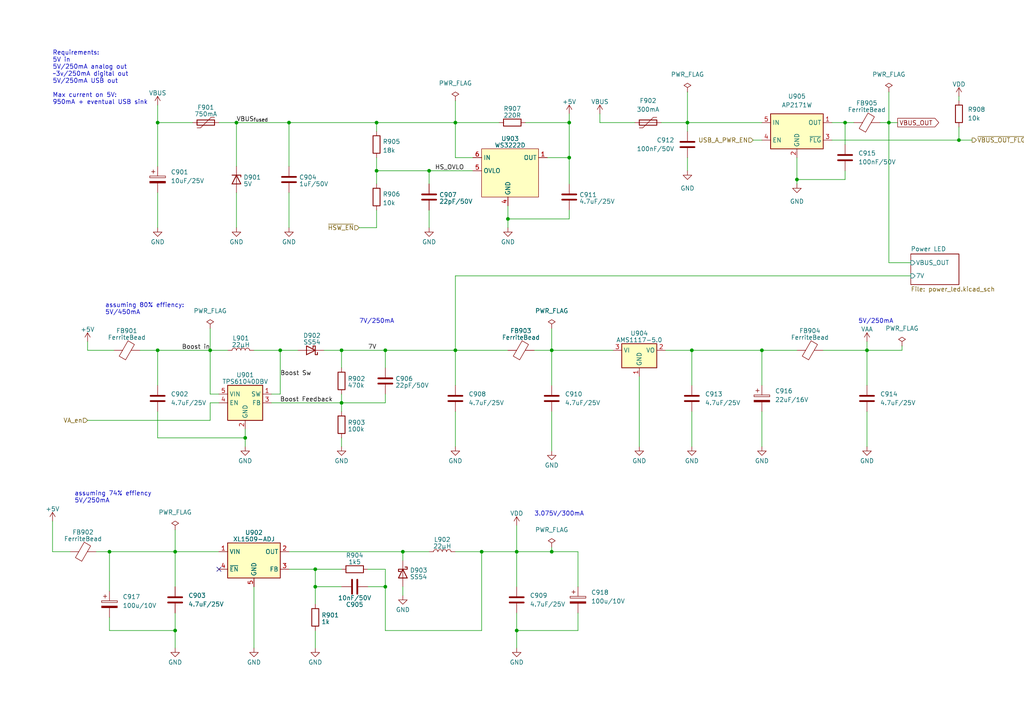
<source format=kicad_sch>
(kicad_sch (version 20230121) (generator eeschema)
  (paper "A4")
  (lib_symbols
    (symbol "Device:C" (pin_numbers hide) (pin_names (offset 0.254))
      (property "Reference" "C" (at 0.635 2.54 0))
      (property "Value" "C" (at 0.635 -2.54 0))
      (symbol "C_0_1"
        (polyline (pts (xy -2.032 -0.762) (xy 2.032 -0.762)) (stroke (width 0.508)))
        (polyline (pts (xy -2.032 0.762) (xy 2.032 0.762)) (stroke (width 0.508)))
      )
      (symbol "C_1_1"
        (pin passive line (at 0 3.81 270) (length 2.794) (name "~") (number "1"))
        (pin passive line (at 0 -3.81 90) (length 2.794) (name "~") (number "2"))
      )
    )
    (symbol "Device:C_Polarized" (pin_numbers hide) (pin_names (offset 0.254))
      (property "Reference" "C" (at 0.635 2.54 0))
      (property "Value" "C_Polarized" (at 0.635 -2.54 0))
      (symbol "C_Polarized_0_1"
        (rectangle (start -2.286 0.508) (end 2.286 1.016))
        (polyline (pts (xy -1.778 2.286) (xy -0.762 2.286)))
        (polyline (pts (xy -1.27 2.794) (xy -1.27 1.778)))
        (rectangle (start 2.286 -0.508) (end -2.286 -1.016) (fill (type outline)))
      )
      (symbol "C_Polarized_1_1"
        (pin passive line (at 0 3.81 270) (length 2.794) (name "~") (number "1"))
        (pin passive line (at 0 -3.81 90) (length 2.794) (name "~") (number "2"))
      )
    )
    (symbol "Device:D_Schottky" (pin_numbers hide) (pin_names (offset 1.016) hide)
      (property "Reference" "D" (at 0 2.54 0))
      (property "Value" "D_Schottky" (at 0 -2.54 0))
      (symbol "D_Schottky_0_1"
        (polyline (pts (xy 1.27 0) (xy -1.27 0)))
        (polyline (pts (xy 1.27 1.27) (xy 1.27 -1.27) (xy -1.27 0) (xy 1.27 1.27)) (stroke (width 0.254)))
        (polyline (pts (xy -1.905 0.635) (xy -1.905 1.27) (xy -1.27 1.27) (xy -1.27 -1.27) (xy -0.635 -1.27) (xy -0.635 -0.635)) (stroke (width 0.254)))
      )
      (symbol "D_Schottky_1_1"
        (pin passive line (at -3.81 0 0) (length 2.54) (name "K") (number "1"))
        (pin passive line (at 3.81 0 180) (length 2.54) (name "A") (number "2"))
      )
    )
    (symbol "Device:D_Zener" (pin_numbers hide) (pin_names (offset 1.016) hide)
      (property "Reference" "D" (at 0 2.54 0))
      (property "Value" "D_Zener" (at 0 -2.54 0))
      (symbol "D_Zener_0_1"
        (polyline (pts (xy 1.27 0) (xy -1.27 0)))
        (polyline (pts (xy -1.27 -1.27) (xy -1.27 1.27) (xy -0.762 1.27)) (stroke (width 0.254)))
        (polyline (pts (xy 1.27 -1.27) (xy 1.27 1.27) (xy -1.27 0) (xy 1.27 -1.27)) (stroke (width 0.254)))
      )
      (symbol "D_Zener_1_1"
        (pin passive line (at -3.81 0 0) (length 2.54) (name "K") (number "1"))
        (pin passive line (at 3.81 0 180) (length 2.54) (name "A") (number "2"))
      )
    )
    (symbol "Device:FerriteBead" (pin_numbers hide) (pin_names (offset 0))
      (property "Reference" "FB" (at -3.81 0.635 90))
      (property "Value" "FerriteBead" (at 3.81 0 90))
      (symbol "FerriteBead_0_1"
        (polyline (pts (xy 0 -1.27) (xy 0 -1.2192)))
        (polyline (pts (xy 0 1.27) (xy 0 1.2954)))
        (polyline (pts (xy -2.7686 0.4064) (xy -1.7018 2.2606) (xy 2.7686 -0.3048) (xy 1.6764 -2.159) (xy -2.7686 0.4064)))
      )
      (symbol "FerriteBead_1_1"
        (pin passive line (at 0 3.81 270) (length 2.54) (name "~") (number "1"))
        (pin passive line (at 0 -3.81 90) (length 2.54) (name "~") (number "2"))
      )
    )
    (symbol "Device:L" (pin_numbers hide) (pin_names (offset 1.016) hide)
      (property "Reference" "L" (at -1.27 0 90))
      (property "Value" "L" (at 1.905 0 90))
      (symbol "L_0_1"
        (arc (start 0 -2.54) (mid 0.6323 -1.905) (end 0 -1.27))
        (arc (start 0 -1.27) (mid 0.6323 -0.635) (end 0 0))
        (arc (start 0 0) (mid 0.6323 0.635) (end 0 1.27))
        (arc (start 0 1.27) (mid 0.6323 1.905) (end 0 2.54))
      )
      (symbol "L_1_1"
        (pin passive line (at 0 3.81 270) (length 1.27) (name "1") (number "1"))
        (pin passive line (at 0 -3.81 90) (length 1.27) (name "2") (number "2"))
      )
    )
    (symbol "Device:Polyfuse" (pin_numbers hide) (pin_names (offset 0))
      (property "Reference" "F" (at -2.54 0 90))
      (property "Value" "Polyfuse" (at 2.54 0 90))
      (symbol "Polyfuse_0_1"
        (rectangle (start -0.762 2.54) (end 0.762 -2.54) (stroke (width 0.254)))
        (polyline (pts (xy 0 2.54) (xy 0 -2.54)))
        (polyline (pts (xy -1.524 2.54) (xy -1.524 1.524) (xy 1.524 -1.524) (xy 1.524 -2.54)))
      )
      (symbol "Polyfuse_1_1"
        (pin passive line (at 0 3.81 270) (length 1.27) (name "~") (number "1"))
        (pin passive line (at 0 -3.81 90) (length 1.27) (name "~") (number "2"))
      )
    )
    (symbol "Device:R" (pin_numbers hide) (pin_names (offset 0))
      (property "Reference" "R" (at 2.032 0 90))
      (property "Value" "R" (at 0 0 90))
      (symbol "R_0_1"
        (rectangle (start -1.016 -2.54) (end 1.016 2.54) (stroke (width 0.254)))
      )
      (symbol "R_1_1"
        (pin passive line (at 0 3.81 270) (length 1.27) (name "~") (number "1"))
        (pin passive line (at 0 -3.81 90) (length 1.27) (name "~") (number "2"))
      )
    )
    (symbol "Power_Management:AP2171W"
      (property "Reference" "U" (at -7.62 -6.35 0))
      (property "Value" "AP2171W" (at -7.62 6.35 0))
      (symbol "AP2171W_0_1"
        (rectangle (start -7.62 5.08) (end 7.62 -5.08) (stroke (width 0.254)) (fill (type background)))
      )
      (symbol "AP2171W_1_1"
        (pin power_out line (at 10.16 2.54 180) (length 2.54) (name "OUT") (number "1"))
        (pin power_in line (at 0 -7.62 90) (length 2.54) (name "GND") (number "2"))
        (pin open_collector line (at 10.16 -2.54 180) (length 2.54) (name "~{FLG}") (number "3"))
        (pin input line (at -10.16 -2.54 0) (length 2.54) (name "EN") (number "4"))
        (pin power_in line (at -10.16 2.54 0) (length 2.54) (name "IN") (number "5"))
      )
    )
    (symbol "Regulator_Linear:AMS1117-5.0"
      (property "Reference" "U" (at -3.81 3.175 0))
      (property "Value" "AMS1117-5.0" (at 0 3.175 0))
      (symbol "AMS1117-5.0_0_1"
        (rectangle (start -5.08 -5.08) (end 5.08 1.905) (stroke (width 0.254)) (fill (type background)))
      )
      (symbol "AMS1117-5.0_1_1"
        (pin power_in line (at 0 -7.62 90) (length 2.54) (name "GND") (number "1"))
        (pin power_out line (at 7.62 0 180) (length 2.54) (name "VO") (number "2"))
        (pin power_in line (at -7.62 0 0) (length 2.54) (name "VI") (number "3"))
      )
    )
    (symbol "Regulator_Switching:TPS61040DBV"
      (property "Reference" "U" (at -5.08 6.35 0))
      (property "Value" "TPS61040DBV" (at 0 6.35 0))
      (symbol "TPS61040DBV_0_1"
        (rectangle (start -5.08 5.08) (end 5.08 -5.08) (stroke (width 0.254)) (fill (type background)))
      )
      (symbol "TPS61040DBV_1_1"
        (pin power_out line (at 7.62 2.54 180) (length 2.54) (name "SW") (number "1"))
        (pin power_in line (at 0 -7.62 90) (length 2.54) (name "GND") (number "2"))
        (pin input line (at 7.62 0 180) (length 2.54) (name "FB") (number "3"))
        (pin input line (at -7.62 0 0) (length 2.54) (name "EN") (number "4"))
        (pin power_in line (at -7.62 2.54 0) (length 2.54) (name "VIN") (number "5"))
      )
    )
    (symbol "Regulator_Switching:XL1509-ADJ"
      (property "Reference" "U" (at -7.112 6.096 0))
      (property "Value" "XL1509-ADJ" (at 5.842 6.096 0))
      (symbol "XL1509-ADJ_0_1"
        (rectangle (start -7.62 5.08) (end 7.62 -5.08) (stroke (width 0.254)) (fill (type background)))
      )
      (symbol "XL1509-ADJ_1_1"
        (pin power_in line (at -10.16 2.54 0) (length 2.54) (name "VIN") (number "1"))
        (pin power_out line (at 10.16 2.54 180) (length 2.54) (name "OUT") (number "2"))
        (pin input line (at 10.16 -2.54 180) (length 2.54) (name "FB") (number "3"))
        (pin input line (at -10.16 -2.54 0) (length 2.54) (name "~{EN}") (number "4"))
        (pin power_in line (at 0 -7.62 90) (length 2.54) (name "GND") (number "5"))
        (pin passive line (at 0 -7.62 90) (length 2.54) hide (name "GND") (number "6"))
        (pin passive line (at 0 -7.62 90) (length 2.54) hide (name "GND") (number "7"))
        (pin passive line (at 0 -7.62 90) (length 2.54) hide (name "GND") (number "8"))
      )
    )
    (symbol "Skrooter_symbols:WS3222D"
      (property "Reference" "U" (at -6.35 -15.24 0))
      (property "Value" "WS3222D" (at -2.54 1.27 0))
      (symbol "WS3222D_0_1"
        (rectangle (start -7.62 0) (end 8.89 -13.97) (stroke (width 0.1524)) (fill (type background)))
      )
      (symbol "WS3222D_1_1"
        (pin power_out line (at 11.43 -2.54 180) (length 2.54) (name "OUT") (number "1"))
        (pin passive line (at 11.43 -2.54 180) (length 2.54) hide (name "OUT") (number "2"))
        (pin passive line (at 11.43 -2.54 180) (length 2.54) hide (name "OUT") (number "3"))
        (pin power_in line (at 0 -16.51 90) (length 2.54) (name "GND") (number "4"))
        (pin input line (at -10.16 -6.35 0) (length 2.54) (name "OVLO") (number "5"))
        (pin power_in line (at -10.16 -2.54 0) (length 2.54) (name "IN") (number "6"))
        (pin passive line (at -10.16 -2.54 0) (length 2.54) hide (name "IN") (number "7"))
        (pin passive line (at -10.16 -2.54 0) (length 2.54) hide (name "IN") (number "8"))
        (pin power_in line (at 0 -16.51 90) (length 2.54) hide (name "GND") (number "9"))
      )
    )
    (symbol "power:+5V" (power) (pin_names (offset 0))
      (property "Value" "+5V" (at 0 3.556 0))
      (symbol "+5V_0_1"
        (polyline (pts (xy -0.762 1.27) (xy 0 2.54)))
        (polyline (pts (xy 0 0) (xy 0 2.54)))
        (polyline (pts (xy 0 2.54) (xy 0.762 1.27)))
      )
      (symbol "+5V_1_1"
        (pin power_in line (at 0 0 90) (length 0) hide (name "+5V") (number "1"))
      )
    )
    (symbol "power:GND" (power) (pin_names (offset 0))
      (property "Value" "GND" (at 0 -3.81 0))
      (symbol "GND_0_1"
        (polyline (pts (xy 0 0) (xy 0 -1.27) (xy 1.27 -1.27) (xy 0 -2.54) (xy -1.27 -1.27) (xy 0 -1.27)))
      )
      (symbol "GND_1_1"
        (pin power_in line (at 0 0 270) (length 0) hide (name "GND") (number "1"))
      )
    )
    (symbol "power:PWR_FLAG" (power) (pin_numbers hide) (pin_names (offset 0) hide)
      (property "Value" "PWR_FLAG" (at 0 3.81 0))
      (symbol "PWR_FLAG_0_0"
        (pin power_out line (at 0 0 90) (length 0) (name "pwr") (number "1"))
      )
      (symbol "PWR_FLAG_0_1"
        (polyline (pts (xy 0 0) (xy 0 1.27) (xy -1.016 1.905) (xy 0 2.54) (xy 1.016 1.905) (xy 0 1.27)))
      )
    )
    (symbol "power:VAA" (power) (pin_names (offset 0))
      (property "Value" "VAA" (at 0 3.81 0))
      (symbol "VAA_0_1"
        (polyline (pts (xy -0.762 1.27) (xy 0 2.54)))
        (polyline (pts (xy 0 0) (xy 0 2.54)))
        (polyline (pts (xy 0 2.54) (xy 0.762 1.27)))
      )
      (symbol "VAA_1_1"
        (pin power_in line (at 0 0 90) (length 0) hide (name "VAA") (number "1"))
      )
    )
    (symbol "power:VBUS" (power) (pin_names (offset 0))
      (property "Value" "VBUS" (at 0 3.81 0))
      (symbol "VBUS_0_1"
        (polyline (pts (xy -0.762 1.27) (xy 0 2.54)))
        (polyline (pts (xy 0 0) (xy 0 2.54)))
        (polyline (pts (xy 0 2.54) (xy 0.762 1.27)))
      )
      (symbol "VBUS_1_1"
        (pin power_in line (at 0 0 90) (length 0) hide (name "VBUS") (number "1"))
      )
    )
    (symbol "power:VDD" (power) (pin_names (offset 0))
      (property "Value" "VDD" (at 0 3.81 0))
      (symbol "VDD_0_1"
        (polyline (pts (xy -0.762 1.27) (xy 0 2.54)))
        (polyline (pts (xy 0 0) (xy 0 2.54)))
        (polyline (pts (xy 0 2.54) (xy 0.762 1.27)))
      )
      (symbol "VDD_1_1"
        (pin power_in line (at 0 0 90) (length 0) hide (name "VDD") (number "1"))
      )
    )
  )
  (junction (at 111.76 101.6))
  (junction (at 91.44 170.18))
  (junction (at 116.84 160.02))
  (junction (at 160.02 101.6))
  (junction (at 251.46 101.6))
  (junction (at 147.32 63.5))
  (junction (at 220.98 101.6))
  (junction (at 257.81 35.56))
  (junction (at 60.96 101.6))
  (junction (at 45.72 35.56))
  (junction (at 278.13 40.64))
  (junction (at 31.75 160.02))
  (junction (at 139.7 160.02))
  (junction (at 99.06 116.84))
  (junction (at 99.06 101.6))
  (junction (at 165.1 35.56))
  (junction (at 132.08 101.6))
  (junction (at 149.86 182.88))
  (junction (at 124.46 49.53))
  (junction (at 199.39 35.56))
  (junction (at 81.28 101.6))
  (junction (at 245.11 35.56))
  (junction (at 149.86 160.02))
  (junction (at 50.8 160.02))
  (junction (at 68.58 35.56))
  (junction (at 111.76 170.18))
  (junction (at 45.72 101.6))
  (junction (at 165.1 45.72))
  (junction (at 91.44 165.1))
  (junction (at 132.08 35.56))
  (junction (at 200.66 101.6))
  (junction (at 160.02 160.02))
  (junction (at 231.14 52.07))
  (junction (at 83.82 35.56))
  (junction (at 71.12 127))
  (junction (at 109.22 35.56))
  (junction (at 109.22 49.53))
  (junction (at 50.8 182.88))
  (no_connect (at 63.5 165.1))
  (wire (pts (xy 106.68 170.18) (xy 111.76 170.18)))
  (wire (pts (xy 83.82 160.02) (xy 116.84 160.02)))
  (wire (pts (xy 111.76 170.18) (xy 111.76 182.88)))
  (wire (pts (xy 45.72 101.6) (xy 45.72 111.76)))
  (wire (pts (xy 165.1 33.02) (xy 165.1 35.56)))
  (wire (pts (xy 199.39 45.72) (xy 199.39 49.53)))
  (wire (pts (xy 132.08 35.56) (xy 132.08 45.72)))
  (wire (pts (xy 149.86 182.88) (xy 149.86 187.96)))
  (wire (pts (xy 73.66 170.18) (xy 73.66 187.96)))
  (wire (pts (xy 200.66 101.6) (xy 220.98 101.6)))
  (wire (pts (xy 40.64 101.6) (xy 45.72 101.6)))
  (wire (pts (xy 132.08 160.02) (xy 139.7 160.02)))
  (wire (pts (xy 91.44 182.88) (xy 91.44 187.96)))
  (wire (pts (xy 220.98 119.38) (xy 220.98 129.54)))
  (wire (pts (xy 25.4 121.92) (xy 60.96 121.92)))
  (wire (pts (xy 132.08 29.21) (xy 132.08 35.56)))
  (wire (pts (xy 81.28 101.6) (xy 86.36 101.6)))
  (wire (pts (xy 104.14 66.04) (xy 109.22 66.04)))
  (wire (pts (xy 167.64 170.18) (xy 167.64 160.02)))
  (wire (pts (xy 78.74 116.84) (xy 99.06 116.84)))
  (wire (pts (xy 81.28 101.6) (xy 81.28 114.3)))
  (wire (pts (xy 160.02 101.6) (xy 160.02 111.76)))
  (wire (pts (xy 99.06 101.6) (xy 99.06 106.68)))
  (wire (pts (xy 245.11 35.56) (xy 247.65 35.56)))
  (wire (pts (xy 60.96 114.3) (xy 63.5 114.3)))
  (wire (pts (xy 165.1 35.56) (xy 165.1 45.72)))
  (wire (pts (xy 116.84 160.02) (xy 124.46 160.02)))
  (wire (pts (xy 45.72 35.56) (xy 45.72 30.48)))
  (wire (pts (xy 160.02 119.38) (xy 160.02 130.81)))
  (wire (pts (xy 99.06 127) (xy 99.06 129.54)))
  (wire (pts (xy 238.76 101.6) (xy 251.46 101.6)))
  (wire (pts (xy 245.11 49.53) (xy 245.11 52.07)))
  (wire (pts (xy 278.13 36.83) (xy 278.13 40.64)))
  (wire (pts (xy 45.72 35.56) (xy 55.88 35.56)))
  (wire (pts (xy 50.8 160.02) (xy 63.5 160.02)))
  (wire (pts (xy 60.96 95.25) (xy 60.96 101.6)))
  (wire (pts (xy 147.32 59.69) (xy 147.32 63.5)))
  (wire (pts (xy 31.75 182.88) (xy 31.75 179.07)))
  (wire (pts (xy 132.08 101.6) (xy 132.08 111.76)))
  (wire (pts (xy 149.86 152.4) (xy 149.86 160.02)))
  (wire (pts (xy 255.27 35.56) (xy 257.81 35.56)))
  (wire (pts (xy 124.46 60.96) (xy 124.46 66.04)))
  (wire (pts (xy 91.44 170.18) (xy 91.44 165.1)))
  (wire (pts (xy 45.72 127) (xy 71.12 127)))
  (wire (pts (xy 185.42 109.22) (xy 185.42 129.54)))
  (wire (pts (xy 199.39 35.56) (xy 199.39 38.1)))
  (wire (pts (xy 193.04 101.6) (xy 200.66 101.6)))
  (wire (pts (xy 91.44 170.18) (xy 99.06 170.18)))
  (wire (pts (xy 167.64 177.8) (xy 167.64 182.88)))
  (wire (pts (xy 111.76 114.3) (xy 111.76 116.84)))
  (wire (pts (xy 50.8 182.88) (xy 31.75 182.88)))
  (wire (pts (xy 278.13 27.94) (xy 278.13 29.21)))
  (wire (pts (xy 132.08 101.6) (xy 132.08 80.01)))
  (wire (pts (xy 111.76 165.1) (xy 111.76 170.18)))
  (wire (pts (xy 111.76 182.88) (xy 139.7 182.88)))
  (wire (pts (xy 220.98 101.6) (xy 220.98 111.76)))
  (wire (pts (xy 167.64 160.02) (xy 160.02 160.02)))
  (wire (pts (xy 165.1 45.72) (xy 165.1 53.34)))
  (wire (pts (xy 31.75 160.02) (xy 50.8 160.02)))
  (wire (pts (xy 99.06 116.84) (xy 99.06 114.3)))
  (wire (pts (xy 45.72 35.56) (xy 45.72 48.26)))
  (wire (pts (xy 137.16 49.53) (xy 124.46 49.53)))
  (wire (pts (xy 111.76 101.6) (xy 111.76 106.68)))
  (wire (pts (xy 93.98 101.6) (xy 99.06 101.6)))
  (wire (pts (xy 278.13 40.64) (xy 241.3 40.64)))
  (wire (pts (xy 245.11 35.56) (xy 245.11 41.91)))
  (wire (pts (xy 132.08 119.38) (xy 132.08 129.54)))
  (wire (pts (xy 71.12 127) (xy 71.12 129.54)))
  (wire (pts (xy 111.76 101.6) (xy 132.08 101.6)))
  (wire (pts (xy 167.64 182.88) (xy 149.86 182.88)))
  (wire (pts (xy 63.5 116.84) (xy 60.96 116.84)))
  (wire (pts (xy 154.94 101.6) (xy 160.02 101.6)))
  (wire (pts (xy 173.99 35.56) (xy 173.99 33.02)))
  (wire (pts (xy 173.99 35.56) (xy 184.15 35.56)))
  (wire (pts (xy 160.02 101.6) (xy 177.8 101.6)))
  (wire (pts (xy 139.7 160.02) (xy 139.7 182.88)))
  (wire (pts (xy 116.84 160.02) (xy 116.84 162.56)))
  (wire (pts (xy 160.02 160.02) (xy 149.86 160.02)))
  (wire (pts (xy 124.46 49.53) (xy 124.46 53.34)))
  (wire (pts (xy 50.8 177.8) (xy 50.8 182.88)))
  (wire (pts (xy 109.22 38.1) (xy 109.22 35.56)))
  (wire (pts (xy 257.81 76.2) (xy 257.81 35.56)))
  (wire (pts (xy 31.75 160.02) (xy 31.75 171.45)))
  (wire (pts (xy 199.39 26.67) (xy 199.39 35.56)))
  (wire (pts (xy 45.72 55.88) (xy 45.72 66.04)))
  (wire (pts (xy 106.68 165.1) (xy 111.76 165.1)))
  (wire (pts (xy 99.06 116.84) (xy 99.06 119.38)))
  (wire (pts (xy 45.72 101.6) (xy 60.96 101.6)))
  (wire (pts (xy 45.72 119.38) (xy 45.72 127)))
  (wire (pts (xy 111.76 116.84) (xy 99.06 116.84)))
  (wire (pts (xy 15.24 151.13) (xy 15.24 160.02)))
  (wire (pts (xy 261.62 100.33) (xy 261.62 101.6)))
  (wire (pts (xy 25.4 101.6) (xy 33.02 101.6)))
  (wire (pts (xy 50.8 153.67) (xy 50.8 160.02)))
  (wire (pts (xy 109.22 60.96) (xy 109.22 66.04)))
  (wire (pts (xy 60.96 116.84) (xy 60.96 121.92)))
  (wire (pts (xy 68.58 55.88) (xy 68.58 66.04)))
  (wire (pts (xy 200.66 119.38) (xy 200.66 129.54)))
  (wire (pts (xy 152.4 35.56) (xy 165.1 35.56)))
  (wire (pts (xy 50.8 182.88) (xy 50.8 187.96)))
  (wire (pts (xy 165.1 63.5) (xy 147.32 63.5)))
  (wire (pts (xy 149.86 160.02) (xy 139.7 160.02)))
  (wire (pts (xy 66.04 101.6) (xy 60.96 101.6)))
  (wire (pts (xy 218.44 40.64) (xy 220.98 40.64)))
  (wire (pts (xy 199.39 35.56) (xy 220.98 35.56)))
  (wire (pts (xy 25.4 99.06) (xy 25.4 101.6)))
  (wire (pts (xy 261.62 101.6) (xy 251.46 101.6)))
  (wire (pts (xy 71.12 124.46) (xy 71.12 127)))
  (wire (pts (xy 264.16 76.2) (xy 257.81 76.2)))
  (wire (pts (xy 257.81 35.56) (xy 260.35 35.56)))
  (wire (pts (xy 165.1 60.96) (xy 165.1 63.5)))
  (wire (pts (xy 78.74 114.3) (xy 81.28 114.3)))
  (wire (pts (xy 241.3 35.56) (xy 245.11 35.56)))
  (wire (pts (xy 132.08 45.72) (xy 137.16 45.72)))
  (wire (pts (xy 160.02 95.25) (xy 160.02 101.6)))
  (wire (pts (xy 231.14 52.07) (xy 231.14 53.34)))
  (wire (pts (xy 132.08 80.01) (xy 264.16 80.01)))
  (wire (pts (xy 109.22 49.53) (xy 109.22 53.34)))
  (wire (pts (xy 278.13 40.64) (xy 281.94 40.64)))
  (wire (pts (xy 147.32 63.5) (xy 147.32 66.04)))
  (wire (pts (xy 132.08 101.6) (xy 147.32 101.6)))
  (wire (pts (xy 251.46 99.06) (xy 251.46 101.6)))
  (wire (pts (xy 99.06 101.6) (xy 111.76 101.6)))
  (wire (pts (xy 251.46 101.6) (xy 251.46 111.76)))
  (wire (pts (xy 200.66 101.6) (xy 200.66 111.76)))
  (wire (pts (xy 68.58 35.56) (xy 68.58 48.26)))
  (wire (pts (xy 257.81 26.67) (xy 257.81 35.56)))
  (wire (pts (xy 91.44 165.1) (xy 99.06 165.1)))
  (wire (pts (xy 109.22 45.72) (xy 109.22 49.53)))
  (wire (pts (xy 63.5 35.56) (xy 68.58 35.56)))
  (wire (pts (xy 251.46 119.38) (xy 251.46 129.54)))
  (wire (pts (xy 191.77 35.56) (xy 199.39 35.56)))
  (wire (pts (xy 91.44 165.1) (xy 83.82 165.1)))
  (wire (pts (xy 83.82 35.56) (xy 83.82 48.26)))
  (wire (pts (xy 83.82 35.56) (xy 109.22 35.56)))
  (wire (pts (xy 60.96 101.6) (xy 60.96 114.3)))
  (wire (pts (xy 68.58 35.56) (xy 83.82 35.56)))
  (wire (pts (xy 160.02 158.75) (xy 160.02 160.02)))
  (wire (pts (xy 15.24 160.02) (xy 20.32 160.02)))
  (wire (pts (xy 91.44 175.26) (xy 91.44 170.18)))
  (wire (pts (xy 132.08 35.56) (xy 144.78 35.56)))
  (wire (pts (xy 245.11 52.07) (xy 231.14 52.07)))
  (wire (pts (xy 50.8 160.02) (xy 50.8 170.18)))
  (wire (pts (xy 220.98 101.6) (xy 231.14 101.6)))
  (wire (pts (xy 124.46 49.53) (xy 109.22 49.53)))
  (wire (pts (xy 149.86 177.8) (xy 149.86 182.88)))
  (wire (pts (xy 81.28 101.6) (xy 73.66 101.6)))
  (wire (pts (xy 149.86 170.18) (xy 149.86 160.02)))
  (wire (pts (xy 27.94 160.02) (xy 31.75 160.02)))
  (wire (pts (xy 83.82 55.88) (xy 83.82 66.04)))
  (wire (pts (xy 231.14 45.72) (xy 231.14 52.07)))
  (wire (pts (xy 158.75 45.72) (xy 165.1 45.72)))
  (wire (pts (xy 116.84 170.18) (xy 116.84 172.72)))
  (wire (pts (xy 109.22 35.56) (xy 132.08 35.56)))
  (text "5V/250mA" (at 248.92 93.98 0) (effects (font (size 1.27 1.27)) (justify left bottom)))
  (text "3.075V/300mA" (at 154.94 149.86 0) (effects (font (size 1.27 1.27)) (justify left bottom)))
  (text "assuming 74% effiency\n5V/250mA" (at 21.59 146.05 0) (effects (font (size 1.27 1.27)) (justify left bottom)))
  (text "assuming 80% effiency:\n5V/450mA" (at 30.48 91.44 0) (effects (font (size 1.27 1.27)) (justify left bottom)))
  (text "7V/250mA" (at 104.14 93.98 0) (effects (font (size 1.27 1.27)) (justify left bottom)))
  (text "Requirements:\n5V in\n5V/250mA analog out\n~3v/250mA digital out\n5V/250mA USB out\n\nMax current on 5V:\n950mA + eventual USB sink" (at 15.24 30.48 0) (effects (font (size 1.27 1.27)) (justify left bottom)))
  (label "Boost Feedback" (at 96.52 116.84 180))
  (label "Boost in" (at 60.96 101.6 180))
  (label "Boost Sw" (at 81.28 109.22 0))
  (label "VBUS_{fused}" (at 68.58 35.56 0))
  (label "7V" (at 109.22 101.6 180))
  (label "HS_OVLO" (at 134.62 49.53 180))
  (global_label "VBUS_OUT" (shape output) (at 260.35 35.56 0) (property "Intersheetrefs" "${INTERSHEET_REFS}" (effects hide)))
  (hierarchical_label "USB_A_PWR_EN" (shape input) (at 218.44 40.64 180))
  (hierarchical_label "~{HSW_EN}" (shape input) (at 104.14 66.04 180))
  (hierarchical_label "VA_en" (shape input) (at 25.4 121.92 180))
  (hierarchical_label "~{VBUS_OUT_FLG}" (shape output) (at 281.94 40.64 0))
  (symbol (lib_id "power:GND") (at 200.66 129.54 0) (unit 1)
    (property "Reference" "#PWR0923" (effects hide))
    (property "Value" "GND" (at 200.66 133.6755 0))
  )
  (symbol (lib_id "power:PWR_FLAG") (at 257.81 26.67 0) (unit 1)
    (property "Reference" "#FLG0908" (effects hide))
    (property "Value" "PWR_FLAG" (at 257.81 21.59 0))
  )
  (symbol (lib_id "power:GND") (at 116.84 172.72 0) (unit 1)
    (property "Reference" "#PWR0912" (effects hide))
    (property "Value" "GND" (at 116.84 176.8555 0))
  )
  (symbol (lib_id "Device:C_Polarized") (at 220.98 115.57 0) (unit 1)
    (property "Reference" "C916" (at 224.79 113.411 0) (effects (justify left)))
    (property "Value" "22uF/16V" (at 224.79 115.951 0) (effects (justify left)))
    (property "Footprint" "Capacitor_SMD:CP_Elec_5x5.8" (effects hide))
    (property "LCSC" "C2163245" (effects hide))
  )
  (symbol (lib_id "power:VAA") (at 251.46 99.06 0) (unit 1)
    (property "Reference" "#PWR0924" (effects hide))
    (property "Value" "VAA" (at 251.46 95.4842 0))
  )
  (symbol (lib_id "Regulator_Linear:AMS1117-5.0") (at 185.42 101.6 0) (unit 1)
    (property "Reference" "U904" (at 185.42 96.6851 0))
    (property "Value" "AMS1117-5.0" (at 185.42 98.6061 0))
    (property "Footprint" "Package_TO_SOT_SMD:SOT-223-3_TabPin2" (effects hide))
    (property "Datasheet" "http://www.advanced-monolithic.com/pdf/ds1117.pdf" (effects hide))
    (property "LCSC" "C6187" (effects hide))
  )
  (symbol (lib_id "power:GND") (at 91.44 187.96 0) (unit 1)
    (property "Reference" "#PWR0910" (effects hide))
    (property "Value" "GND" (at 91.44 192.0955 0))
  )
  (symbol (lib_id "power:PWR_FLAG") (at 160.02 158.75 0) (unit 1)
    (property "Reference" "#FLG0905" (effects hide))
    (property "Value" "PWR_FLAG" (at 160.02 153.67 0))
  )
  (symbol (lib_id "power:GND") (at 83.82 66.04 0) (unit 1)
    (property "Reference" "#PWR0909" (effects hide))
    (property "Value" "GND" (at 83.82 70.1755 0))
  )
  (symbol (lib_id "power:GND") (at 147.32 66.04 0) (unit 1)
    (property "Reference" "#PWR0915" (effects hide))
    (property "Value" "GND" (at 147.32 70.1755 0))
  )
  (symbol (lib_id "Regulator_Switching:XL1509-ADJ") (at 73.66 162.56 0) (unit 1)
    (property "Reference" "U902" (at 73.66 154.4701 0))
    (property "Value" "XL1509-ADJ" (at 73.66 156.3911 0))
    (property "Footprint" "Package_SO:SOIC-8_3.9x4.9mm_P1.27mm" (effects hide))
    (property "Datasheet" "https://datasheet.lcsc.com/lcsc/1809050422_XLSEMI-XL1509-5-0E1_C61063.pdf" (effects hide))
    (property "LCSC" "C74192" (effects hide))
  )
  (symbol (lib_id "Device:C") (at 102.87 170.18 90) (mirror x) (unit 1)
    (property "Reference" "C905" (at 102.87 175.3489 90))
    (property "Value" "10nF/50V" (at 102.87 173.4279 90))
    (property "Footprint" "Capacitor_SMD:C_0805_2012Metric_Pad1.18x1.45mm_HandSolder" (effects hide))
    (property "LCSC" "C3908881" (effects hide))
  )
  (symbol (lib_id "power:GND") (at 71.12 129.54 0) (unit 1)
    (property "Reference" "#PWR0907" (effects hide))
    (property "Value" "GND" (at 71.12 133.6755 0))
  )
  (symbol (lib_id "Device:FerriteBead") (at 24.13 160.02 90) (unit 1)
    (property "Reference" "FB902" (at 24.0792 154.3685 90))
    (property "Value" "FerriteBead" (at 24.0792 156.2895 90))
    (property "Footprint" "Inductor_SMD:L_0805_2012Metric" (effects hide))
    (property "LCSC" "C1015" (effects hide))
  )
  (symbol (lib_id "Device:C") (at 165.1 57.15 0) (unit 1)
    (property "Reference" "C911" (at 168.021 56.5063 0) (effects (justify left)))
    (property "Value" "4.7uF/25V" (at 168.021 58.4273 0) (effects (justify left)))
    (property "Footprint" "Capacitor_SMD:C_0805_2012Metric_Pad1.18x1.45mm_HandSolder" (effects hide))
    (property "LCSC" "C1779" (effects hide))
  )
  (symbol (lib_id "Device:D_Schottky") (at 116.84 166.37 270) (unit 1)
    (property "Reference" "D903" (at 118.872 165.4088 90) (effects (justify left)))
    (property "Value" "SS54" (at 118.872 167.3298 90) (effects (justify left)))
    (property "Footprint" "Diode_SMD:D_SMA_Handsoldering" (effects hide))
    (property "LCSC" "C22452" (effects hide))
  )
  (symbol (lib_id "power:GND") (at 160.02 130.81 0) (unit 1)
    (property "Reference" "#PWR0918" (effects hide))
    (property "Value" "GND" (at 160.02 134.9455 0))
  )
  (symbol (lib_id "Device:L") (at 69.85 101.6 90) (unit 1)
    (property "Reference" "L901" (at 69.85 98.0847 90))
    (property "Value" "22µH" (at 69.85 100.0057 90))
    (property "Footprint" "Skrooter_footprints:MSCD43" (effects hide))
    (property "LCSC" "C915172" (effects hide))
  )
  (symbol (lib_id "power:+5V") (at 25.4 99.06 0) (unit 1)
    (property "Reference" "#PWR0901" (effects hide))
    (property "Value" "+5V" (at 25.4 95.5581 0))
  )
  (symbol (lib_id "Device:C") (at 251.46 115.57 0) (unit 1)
    (property "Reference" "C914" (at 255.27 114.3 0) (effects (justify left)))
    (property "Value" "4.7uF/25V" (at 255.27 116.84 0) (effects (justify left)))
    (property "Footprint" "Capacitor_SMD:C_0805_2012Metric_Pad1.18x1.45mm_HandSolder" (effects hide))
    (property "LCSC" "C1779" (effects hide))
  )
  (symbol (lib_id "Regulator_Switching:TPS61040DBV") (at 71.12 116.84 0) (unit 1)
    (property "Reference" "U901" (at 71.12 108.7501 0))
    (property "Value" "TPS61040DBV" (at 71.12 110.6711 0))
    (property "Footprint" "Package_TO_SOT_SMD:SOT-23-5" (effects hide))
    (property "Datasheet" "http://www.ti.com/lit/ds/symlink/tps61040.pdf" (effects hide))
    (property "LCSC" "C7722" (effects hide))
  )
  (symbol (lib_id "Device:C_Polarized") (at 45.72 52.07 0) (unit 1)
    (property "Reference" "C901" (at 49.53 49.911 0) (effects (justify left)))
    (property "Value" "10uF/25V" (at 49.53 52.451 0) (effects (justify left)))
    (property "Footprint" "Capacitor_SMD:CP_Elec_4x5.8" (effects hide))
    (property "LCSC" "C2163094" (effects hide))
  )
  (symbol (lib_id "Skrooter_symbols:WS3222D") (at 147.32 43.18 0) (unit 1)
    (property "Reference" "U903" (at 147.955 40.2209 0))
    (property "Value" "WS3222D" (at 147.955 42.1419 0))
    (property "Footprint" "Package_DFN_QFN:WDFN-8-1EP_2x2mm_P0.5mm_EP0.8x1.2mm" (effects hide))
    (property "Datasheet" "https://datasheet.lcsc.com/lcsc/2204251545_WILLSEMI-Will-Semicon-WS3222D-8-TR_C239703.pdf" (effects hide))
    (property "LCSC" "C239703" (effects hide))
  )
  (symbol (lib_id "power:PWR_FLAG") (at 160.02 95.25 0) (unit 1)
    (property "Reference" "#FLG0904" (effects hide))
    (property "Value" "PWR_FLAG" (at 160.02 90.17 0))
  )
  (symbol (lib_id "Device:C") (at 111.76 110.49 0) (unit 1)
    (property "Reference" "C906" (at 114.681 109.8463 0) (effects (justify left)))
    (property "Value" "22pF/50V" (at 114.681 111.7673 0) (effects (justify left)))
    (property "Footprint" "Capacitor_SMD:C_0805_2012Metric_Pad1.18x1.45mm_HandSolder" (effects hide))
    (property "LCSC" "C1804" (effects hide))
  )
  (symbol (lib_id "Device:R") (at 278.13 33.02 0) (unit 1)
    (property "Reference" "R908" (at 280.67 31.75 0) (effects (justify left)))
    (property "Value" "10k" (at 280.67 34.29 0) (effects (justify left)))
    (property "Footprint" "Resistor_SMD:R_0805_2012Metric_Pad1.20x1.40mm_HandSolder" (effects hide))
    (property "LCSC" "C17414" (effects hide))
  )
  (symbol (lib_id "Device:C") (at 149.86 173.99 0) (unit 1)
    (property "Reference" "C909" (at 153.67 172.72 0) (effects (justify left)))
    (property "Value" "4.7uF/25V" (at 153.67 175.26 0) (effects (justify left)))
    (property "Footprint" "Capacitor_SMD:C_0805_2012Metric_Pad1.18x1.45mm_HandSolder" (effects hide))
    (property "LCSC" "C1779" (effects hide))
  )
  (symbol (lib_id "Device:C") (at 132.08 115.57 0) (unit 1)
    (property "Reference" "C908" (at 135.89 114.3 0) (effects (justify left)))
    (property "Value" "4.7uF/25V" (at 135.89 116.84 0) (effects (justify left)))
    (property "Footprint" "Capacitor_SMD:C_0805_2012Metric_Pad1.18x1.45mm_HandSolder" (effects hide))
    (property "LCSC" "C1779" (effects hide))
  )
  (symbol (lib_id "power:PWR_FLAG") (at 60.96 95.25 0) (unit 1)
    (property "Reference" "#FLG0902" (effects hide))
    (property "Value" "PWR_FLAG" (at 60.96 90.17 0))
  )
  (symbol (lib_id "Device:R") (at 99.06 110.49 0) (unit 1)
    (property "Reference" "R902" (at 100.838 109.8463 0) (effects (justify left)))
    (property "Value" "470k" (at 100.838 111.7673 0) (effects (justify left)))
    (property "Footprint" "Resistor_SMD:R_0805_2012Metric_Pad1.20x1.40mm_HandSolder" (effects hide))
    (property "LCSC" "C17709" (effects hide))
  )
  (symbol (lib_id "Device:R") (at 148.59 35.56 90) (unit 1)
    (property "Reference" "R907" (at 148.59 31.5341 90))
    (property "Value" "220R" (at 148.59 33.4551 90))
    (property "Footprint" "Resistor_SMD:R_0805_2012Metric_Pad1.20x1.40mm_HandSolder" (effects hide))
    (property "LCSC" "C17557" (effects hide))
  )
  (symbol (lib_id "Device:FerriteBead") (at 234.95 101.6 90) (unit 1)
    (property "Reference" "FB904" (at 234.8992 95.9485 90))
    (property "Value" "FerriteBead" (at 234.8992 97.8695 90))
    (property "Footprint" "Inductor_SMD:L_0805_2012Metric" (effects hide))
    (property "LCSC" "C1015" (effects hide))
  )
  (symbol (lib_id "power:GND") (at 45.72 66.04 0) (unit 1)
    (property "Reference" "#PWR0904" (effects hide))
    (property "Value" "GND" (at 45.72 70.1755 0))
  )
  (symbol (lib_id "Device:C") (at 124.46 57.15 0) (unit 1)
    (property "Reference" "C907" (at 127.381 56.5063 0) (effects (justify left)))
    (property "Value" "22pF/50V" (at 127.381 58.4273 0) (effects (justify left)))
    (property "Footprint" "Capacitor_SMD:C_0805_2012Metric_Pad1.18x1.45mm_HandSolder" (effects hide))
    (property "LCSC" "C1804" (effects hide))
  )
  (symbol (lib_id "Device:C") (at 200.66 115.57 0) (unit 1)
    (property "Reference" "C913" (at 204.47 114.3 0) (effects (justify left)))
    (property "Value" "4.7uF/25V" (at 204.47 116.84 0) (effects (justify left)))
    (property "Footprint" "Capacitor_SMD:C_0805_2012Metric_Pad1.18x1.45mm_HandSolder" (effects hide))
    (property "LCSC" "C1779" (effects hide))
  )
  (symbol (lib_id "Device:C_Polarized") (at 167.64 173.99 0) (unit 1)
    (property "Reference" "C918" (at 171.45 171.831 0) (effects (justify left)))
    (property "Value" "100u/10V" (at 171.45 174.371 0) (effects (justify left)))
    (property "Footprint" "Capacitor_SMD:CP_Elec_6.3x5.8" (effects hide))
    (property "LCSC" "C2166157" (effects hide))
  )
  (symbol (lib_id "Device:R") (at 99.06 123.19 0) (unit 1)
    (property "Reference" "R903" (at 100.838 122.5463 0) (effects (justify left)))
    (property "Value" "100k" (at 100.838 124.4673 0) (effects (justify left)))
    (property "Footprint" "Resistor_SMD:R_0805_2012Metric_Pad1.20x1.40mm_HandSolder" (effects hide))
    (property "LCSC" "C149504" (effects hide))
  )
  (symbol (lib_id "power:GND") (at 199.39 49.53 0) (unit 1)
    (property "Reference" "#PWR0922" (effects hide))
    (property "Value" "GND" (at 199.39 54.61 0))
  )
  (symbol (lib_id "Device:C") (at 45.72 115.57 0) (unit 1)
    (property "Reference" "C902" (at 49.53 114.3 0) (effects (justify left)))
    (property "Value" "4.7uF/25V" (at 49.53 116.84 0) (effects (justify left)))
    (property "Footprint" "Capacitor_SMD:C_0805_2012Metric_Pad1.18x1.45mm_HandSolder" (effects hide))
    (property "LCSC" "C1779" (effects hide))
  )
  (symbol (lib_id "power:GND") (at 149.86 187.96 0) (unit 1)
    (property "Reference" "#PWR0917" (effects hide))
    (property "Value" "GND" (at 149.86 192.0955 0))
  )
  (symbol (lib_id "power:PWR_FLAG") (at 261.62 100.33 0) (unit 1)
    (property "Reference" "#FLG0907" (effects hide))
    (property "Value" "PWR_FLAG" (at 261.62 95.25 0))
  )
  (symbol (lib_id "Device:C") (at 245.11 45.72 0) (unit 1)
    (property "Reference" "C915" (at 248.92 44.45 0) (effects (justify left)))
    (property "Value" "100nF/50V" (at 248.92 46.99 0) (effects (justify left)))
    (property "Footprint" "Capacitor_SMD:C_0805_2012Metric_Pad1.18x1.45mm_HandSolder" (effects hide))
    (property "LCSC" "C49678" (effects hide))
  )
  (symbol (lib_id "Device:R") (at 109.22 41.91 0) (unit 1)
    (property "Reference" "R905" (at 110.998 41.0753 0) (effects (justify left)))
    (property "Value" "18k" (at 110.998 43.6122 0) (effects (justify left)))
    (property "Footprint" "Resistor_SMD:R_0603_1608Metric_Pad0.98x0.95mm_HandSolder" (effects hide))
    (property "LCSC" "C25810" (effects hide))
    (instances (project "Magna" (path "" (reference "R905") (unit 1))) (project "SmallLedPlatform" (path "" (reference "R?") (unit 1))))
  )
  (symbol (lib_id "power:GND") (at 220.98 129.54 0) (unit 1)
    (property "Reference" "#PWR0928" (effects hide))
    (property "Value" "GND" (at 220.98 133.6755 0))
  )
  (symbol (lib_id "Device:D_Schottky") (at 90.17 101.6 180) (unit 1)
    (property "Reference" "D902" (at 90.4875 97.3201 0))
    (property "Value" "SS54" (at 90.4875 99.2411 0))
    (property "Footprint" "Diode_SMD:D_SMA_Handsoldering" (effects hide))
    (property "LCSC" "C22452" (effects hide))
  )
  (symbol (lib_id "power:GND") (at 73.66 187.96 0) (unit 1)
    (property "Reference" "#PWR0908" (effects hide))
    (property "Value" "GND" (at 73.66 192.0955 0))
  )
  (symbol (lib_id "Device:R") (at 91.44 179.07 0) (unit 1)
    (property "Reference" "R901" (at 93.218 178.4263 0) (effects (justify left)))
    (property "Value" "1k" (at 93.218 180.3473 0) (effects (justify left)))
    (property "Footprint" "Resistor_SMD:R_0805_2012Metric_Pad1.20x1.40mm_HandSolder" (effects hide))
    (property "LCSC" "C17513" (effects hide))
  )
  (symbol (lib_id "power:VBUS") (at 173.99 33.02 0) (unit 1)
    (property "Reference" "#PWR0920" (effects hide))
    (property "Value" "VBUS" (at 173.99 29.5181 0))
  )
  (symbol (lib_id "power:GND") (at 99.06 129.54 0) (unit 1)
    (property "Reference" "#PWR0911" (effects hide))
    (property "Value" "GND" (at 99.06 133.6755 0))
  )
  (symbol (lib_id "power:GND") (at 124.46 66.04 0) (unit 1)
    (property "Reference" "#PWR0913" (effects hide))
    (property "Value" "GND" (at 124.46 70.1755 0))
  )
  (symbol (lib_id "power:GND") (at 68.58 66.04 0) (unit 1)
    (property "Reference" "#PWR0906" (effects hide))
    (property "Value" "GND" (at 68.58 70.1755 0))
  )
  (symbol (lib_id "power:GND") (at 50.8 187.96 0) (unit 1)
    (property "Reference" "#PWR0905" (effects hide))
    (property "Value" "GND" (at 50.8 192.0955 0))
  )
  (symbol (lib_id "Device:C") (at 160.02 115.57 0) (unit 1)
    (property "Reference" "C910" (at 163.83 114.3 0) (effects (justify left)))
    (property "Value" "4.7uF/25V" (at 163.83 116.84 0) (effects (justify left)))
    (property "Footprint" "Capacitor_SMD:C_0805_2012Metric_Pad1.18x1.45mm_HandSolder" (effects hide))
    (property "LCSC" "C1779" (effects hide))
  )
  (symbol (lib_id "Power_Management:AP2171W") (at 231.14 38.1 0) (unit 1)
    (property "Reference" "U905" (at 231.14 27.94 0))
    (property "Value" "AP2171W" (at 231.14 30.48 0))
    (property "Footprint" "Package_TO_SOT_SMD:SOT-23-5" (effects hide))
    (property "Datasheet" "https://www.diodes.com/assets/Datasheets/AP2161.pdf" (effects hide))
    (property "LCSC" "C110466" (effects hide))
  )
  (symbol (lib_id "Device:C_Polarized") (at 31.75 175.26 0) (unit 1)
    (property "Reference" "C917" (at 35.56 173.101 0) (effects (justify left)))
    (property "Value" "100u/10V" (at 35.56 175.641 0) (effects (justify left)))
    (property "Footprint" "Capacitor_SMD:CP_Elec_6.3x5.8" (effects hide))
    (property "LCSC" "C2166157" (effects hide))
  )
  (symbol (lib_id "Device:R") (at 109.22 57.15 0) (unit 1)
    (property "Reference" "R906" (at 110.998 56.3153 0) (effects (justify left)))
    (property "Value" "10k" (at 110.998 58.8522 0) (effects (justify left)))
    (property "Footprint" "Resistor_SMD:R_0805_2012Metric_Pad1.20x1.40mm_HandSolder" (effects hide))
    (property "LCSC" "C17414" (effects hide))
    (instances (project "Magna" (path "" (reference "R906") (unit 1))) (project "SmallLedPlatform" (path "" (reference "R?") (unit 1))))
  )
  (symbol (lib_id "Device:L") (at 128.27 160.02 90) (unit 1)
    (property "Reference" "L902" (at 128.27 156.5047 90))
    (property "Value" "22µH" (at 128.27 158.4257 90))
    (property "Footprint" "Skrooter_footprints:MSCD43" (effects hide))
    (property "LCSC" "C915172" (effects hide))
  )
  (symbol (lib_id "Device:D_Zener") (at 68.58 52.07 270) (unit 1)
    (property "Reference" "D901" (at 70.612 51.4263 90) (effects (justify left)))
    (property "Value" "5V" (at 70.612 53.3473 90) (effects (justify left)))
    (property "Footprint" "Diode_SMD:D_MELF_Handsoldering" (effects hide))
    (property "LCSC" "C8062" (effects hide))
  )
  (symbol (lib_id "Device:Polyfuse") (at 187.96 35.56 90) (unit 1)
    (property "Reference" "F902" (at 187.96 29.21 90))
    (property "Value" "300mA" (at 187.96 31.75 90))
    (property "Footprint" "Fuse:Fuse_2920_7451Metric_Pad2.10x5.45mm_HandSolder" (effects hide))
    (property "LCSC" "C20820" (effects hide))
  )
  (symbol (lib_id "Device:FerriteBead") (at 151.13 101.6 90) (unit 1)
    (property "Reference" "FB903" (at 151.0792 95.9485 90))
    (property "Value" "FerriteBead" (at 151.0792 97.8695 90))
    (property "Footprint" "Inductor_SMD:L_0805_2012Metric" (effects hide))
    (property "LCSC" "C1015" (effects hide))
  )
  (symbol (lib_id "power:GND") (at 185.42 129.54 0) (unit 1)
    (property "Reference" "#PWR0921" (effects hide))
    (property "Value" "GND" (at 185.42 133.6755 0))
  )
  (symbol (lib_id "power:PWR_FLAG") (at 50.8 153.67 0) (unit 1)
    (property "Reference" "#FLG0901" (effects hide))
    (property "Value" "PWR_FLAG" (at 50.8 148.59 0))
  )
  (symbol (lib_id "Device:R") (at 102.87 165.1 90) (unit 1)
    (property "Reference" "R904" (at 102.87 161.0741 90))
    (property "Value" "1k5" (at 102.87 162.9951 90))
    (property "Footprint" "Resistor_SMD:R_0805_2012Metric_Pad1.20x1.40mm_HandSolder" (effects hide))
    (property "LCSC" "C4310" (effects hide))
  )
  (symbol (lib_id "power:PWR_FLAG") (at 199.39 26.67 0) (unit 1)
    (property "Reference" "#FLG0906" (effects hide))
    (property "Value" "PWR_FLAG" (at 199.39 21.59 0))
  )
  (symbol (lib_id "Device:C") (at 50.8 173.99 0) (unit 1)
    (property "Reference" "C903" (at 54.61 172.72 0) (effects (justify left)))
    (property "Value" "4.7uF/25V" (at 54.61 175.26 0) (effects (justify left)))
    (property "Footprint" "Capacitor_SMD:C_0805_2012Metric_Pad1.18x1.45mm_HandSolder" (effects hide))
    (property "LCSC" "C1779" (effects hide))
  )
  (symbol (lib_id "Device:FerriteBead") (at 251.46 35.56 90) (unit 1)
    (property "Reference" "FB905" (at 251.4092 29.9085 90))
    (property "Value" "FerriteBead" (at 251.4092 31.8295 90))
    (property "Footprint" "Inductor_SMD:L_0805_2012Metric" (effects hide))
    (property "LCSC" "C1015" (effects hide))
  )
  (symbol (lib_id "power:VDD") (at 149.86 152.4 0) (unit 1)
    (property "Reference" "#PWR0916" (effects hide))
    (property "Value" "VDD" (at 149.86 148.8981 0))
  )
  (symbol (lib_id "Device:FerriteBead") (at 36.83 101.6 90) (unit 1)
    (property "Reference" "FB901" (at 36.7792 95.9485 90))
    (property "Value" "FerriteBead" (at 36.7792 97.8695 90))
    (property "Footprint" "Inductor_SMD:L_0805_2012Metric" (effects hide))
    (property "LCSC" "C1015" (effects hide))
  )
  (symbol (lib_id "Device:C") (at 83.82 52.07 0) (unit 1)
    (property "Reference" "C904" (at 86.741 51.4263 0) (effects (justify left)))
    (property "Value" "1uF/50V" (at 86.741 53.3473 0) (effects (justify left)))
    (property "Footprint" "Capacitor_SMD:C_0805_2012Metric_Pad1.18x1.45mm_HandSolder" (effects hide))
    (property "LCSC" "C28323" (effects hide))
  )
  (symbol (lib_id "power:GND") (at 251.46 129.54 0) (unit 1)
    (property "Reference" "#PWR0925" (effects hide))
    (property "Value" "GND" (at 251.46 133.6755 0))
  )
  (symbol (lib_id "power:VDD") (at 278.13 27.94 0) (unit 1)
    (property "Reference" "#PWR0927" (effects hide))
    (property "Value" "VDD" (at 278.13 24.4381 0))
  )
  (symbol (lib_id "Device:C") (at 199.39 41.91 0) (unit 1)
    (property "Reference" "C912" (at 195.58 40.64 0) (effects (justify right)))
    (property "Value" "100nF/50V" (at 195.58 43.18 0) (effects (justify right)))
    (property "Footprint" "Capacitor_SMD:C_0805_2012Metric_Pad1.18x1.45mm_HandSolder" (effects hide))
    (property "LCSC" "C49678" (effects hide))
  )
  (symbol (lib_id "Device:Polyfuse") (at 59.69 35.56 90) (unit 1)
    (property "Reference" "F901" (at 59.69 31.1531 90))
    (property "Value" "750mA" (at 59.69 33.0741 90))
    (property "Footprint" "Fuse:Fuse_2920_7451Metric_Pad2.10x5.45mm_HandSolder" (effects hide))
    (property "LCSC" "C20822" (effects hide))
  )
  (symbol (lib_id "power:PWR_FLAG") (at 132.08 29.21 0) (unit 1)
    (property "Reference" "#FLG0903" (effects hide))
    (property "Value" "PWR_FLAG" (at 132.08 24.13 0))
  )
  (symbol (lib_id "power:GND") (at 231.14 53.34 0) (unit 1)
    (property "Reference" "#PWR0926" (effects hide))
    (property "Value" "GND" (at 231.14 58.42 0))
  )
  (symbol (lib_id "power:GND") (at 132.08 129.54 0) (unit 1)
    (property "Reference" "#PWR0914" (effects hide))
    (property "Value" "GND" (at 132.08 133.6755 0))
  )
  (symbol (lib_id "power:VBUS") (at 45.72 30.48 0) (unit 1)
    (property "Reference" "#PWR0903" (effects hide))
    (property "Value" "VBUS" (at 45.72 26.9781 0))
  )
  (symbol (lib_id "power:+5V") (at 15.24 151.13 0) (unit 1)
    (property "Reference" "#PWR0902" (effects hide))
    (property "Value" "+5V" (at 15.24 147.6281 0))
  )
  (symbol (lib_id "power:+5V") (at 165.1 33.02 0) (unit 1)
    (property "Reference" "#PWR0919" (effects hide))
    (property "Value" "+5V" (at 165.1 29.5181 0))
  )
  (sheet (at 264.16 73.66) (size 13.97 8.89) (stroke (width 0.1524))
    (property "Sheetname" "Power LED" (at 264.16 72.9484 0) (effects (justify left bottom)))
    (property "Sheetfile" "power_led.kicad_sch" (at 264.16 83.1346 0) (effects (justify left top)))
    (pin "7V" input (at 264.16 80.01 180))
    (pin "VBUS_OUT" input (at 264.16 76.2 180))
  )
)
</source>
